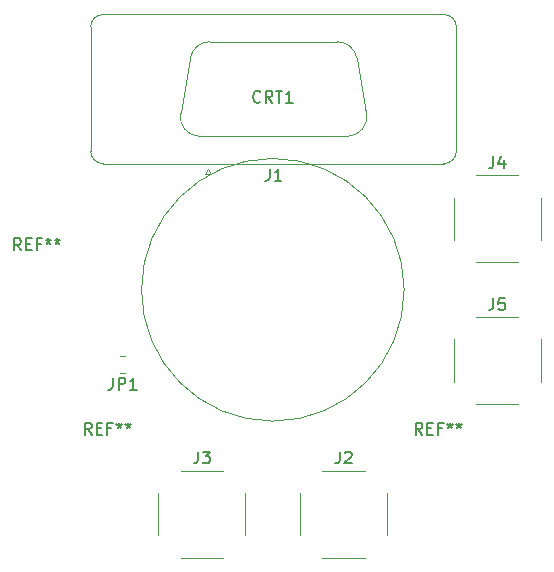
<source format=gbr>
%TF.GenerationSoftware,KiCad,Pcbnew,5.1.10*%
%TF.CreationDate,2022-04-07T13:38:10+02:00*%
%TF.ProjectId,breakoutPcb,62726561-6b6f-4757-9450-63622e6b6963,rev?*%
%TF.SameCoordinates,Original*%
%TF.FileFunction,Legend,Top*%
%TF.FilePolarity,Positive*%
%FSLAX46Y46*%
G04 Gerber Fmt 4.6, Leading zero omitted, Abs format (unit mm)*
G04 Created by KiCad (PCBNEW 5.1.10) date 2022-04-07 13:38:10*
%MOMM*%
%LPD*%
G01*
G04 APERTURE LIST*
%ADD10C,0.120000*%
%ADD11C,0.150000*%
G04 APERTURE END LIST*
D10*
%TO.C,J1*%
X84126470Y-61261744D02*
X83297733Y-56561744D01*
X68393530Y-61261744D02*
X69222267Y-56561744D01*
X81662952Y-55190000D02*
X70857048Y-55190000D01*
X82491689Y-63210000D02*
X70028311Y-63210000D01*
X70720000Y-65971325D02*
X70970000Y-66404338D01*
X70470000Y-66404338D02*
X70720000Y-65971325D01*
X70970000Y-66404338D02*
X70470000Y-66404338D01*
X91745000Y-53950000D02*
X91745000Y-64450000D01*
X61835000Y-52890000D02*
X90685000Y-52890000D01*
X60775000Y-64450000D02*
X60775000Y-53950000D01*
X90685000Y-65510000D02*
X61835000Y-65510000D01*
X69222267Y-56561744D02*
G75*
G02*
X70857048Y-55190000I1634781J-288256D01*
G01*
X83297733Y-56561744D02*
G75*
G03*
X81662952Y-55190000I-1634781J-288256D01*
G01*
X68393530Y-61261744D02*
G75*
G03*
X70028311Y-63210000I1634781J-288256D01*
G01*
X84126470Y-61261744D02*
G75*
G02*
X82491689Y-63210000I-1634781J-288256D01*
G01*
X61835000Y-52890000D02*
G75*
G03*
X60775000Y-53950000I0J-1060000D01*
G01*
X90685000Y-52890000D02*
G75*
G02*
X91745000Y-53950000I0J-1060000D01*
G01*
X60775000Y-64450000D02*
G75*
G03*
X61835000Y-65510000I1060000J0D01*
G01*
X90685000Y-65510000D02*
G75*
G03*
X91745000Y-64450000I0J1060000D01*
G01*
%TO.C,JP1*%
X63727064Y-83285000D02*
X63272936Y-83285000D01*
X63727064Y-81815000D02*
X63272936Y-81815000D01*
%TO.C,J5*%
X91520000Y-80400000D02*
X91520000Y-84000000D01*
X98880000Y-80400000D02*
X98880000Y-84000000D01*
X93400000Y-85880000D02*
X97000000Y-85880000D01*
X93400000Y-78520000D02*
X97000000Y-78520000D01*
%TO.C,J4*%
X91520000Y-68400000D02*
X91520000Y-72000000D01*
X98880000Y-68400000D02*
X98880000Y-72000000D01*
X93400000Y-73880000D02*
X97000000Y-73880000D01*
X93400000Y-66520000D02*
X97000000Y-66520000D01*
%TO.C,J3*%
X66520000Y-93400000D02*
X66520000Y-97000000D01*
X73880000Y-93400000D02*
X73880000Y-97000000D01*
X68400000Y-98880000D02*
X72000000Y-98880000D01*
X68400000Y-91520000D02*
X72000000Y-91520000D01*
%TO.C,J2*%
X78520000Y-93400000D02*
X78520000Y-97000000D01*
X85880000Y-93400000D02*
X85880000Y-97000000D01*
X80400000Y-98880000D02*
X84000000Y-98880000D01*
X80400000Y-91520000D02*
X84000000Y-91520000D01*
%TO.C,CRT1*%
X87320000Y-76200000D02*
G75*
G03*
X87320000Y-76200000I-11120000J0D01*
G01*
%TO.C,REF\u002A\u002A*%
D11*
X60866666Y-88452380D02*
X60533333Y-87976190D01*
X60295238Y-88452380D02*
X60295238Y-87452380D01*
X60676190Y-87452380D01*
X60771428Y-87500000D01*
X60819047Y-87547619D01*
X60866666Y-87642857D01*
X60866666Y-87785714D01*
X60819047Y-87880952D01*
X60771428Y-87928571D01*
X60676190Y-87976190D01*
X60295238Y-87976190D01*
X61295238Y-87928571D02*
X61628571Y-87928571D01*
X61771428Y-88452380D02*
X61295238Y-88452380D01*
X61295238Y-87452380D01*
X61771428Y-87452380D01*
X62533333Y-87928571D02*
X62200000Y-87928571D01*
X62200000Y-88452380D02*
X62200000Y-87452380D01*
X62676190Y-87452380D01*
X63200000Y-87452380D02*
X63200000Y-87690476D01*
X62961904Y-87595238D02*
X63200000Y-87690476D01*
X63438095Y-87595238D01*
X63057142Y-87880952D02*
X63200000Y-87690476D01*
X63342857Y-87880952D01*
X63961904Y-87452380D02*
X63961904Y-87690476D01*
X63723809Y-87595238D02*
X63961904Y-87690476D01*
X64200000Y-87595238D01*
X63819047Y-87880952D02*
X63961904Y-87690476D01*
X64104761Y-87880952D01*
X88866666Y-88452380D02*
X88533333Y-87976190D01*
X88295238Y-88452380D02*
X88295238Y-87452380D01*
X88676190Y-87452380D01*
X88771428Y-87500000D01*
X88819047Y-87547619D01*
X88866666Y-87642857D01*
X88866666Y-87785714D01*
X88819047Y-87880952D01*
X88771428Y-87928571D01*
X88676190Y-87976190D01*
X88295238Y-87976190D01*
X89295238Y-87928571D02*
X89628571Y-87928571D01*
X89771428Y-88452380D02*
X89295238Y-88452380D01*
X89295238Y-87452380D01*
X89771428Y-87452380D01*
X90533333Y-87928571D02*
X90200000Y-87928571D01*
X90200000Y-88452380D02*
X90200000Y-87452380D01*
X90676190Y-87452380D01*
X91200000Y-87452380D02*
X91200000Y-87690476D01*
X90961904Y-87595238D02*
X91200000Y-87690476D01*
X91438095Y-87595238D01*
X91057142Y-87880952D02*
X91200000Y-87690476D01*
X91342857Y-87880952D01*
X91961904Y-87452380D02*
X91961904Y-87690476D01*
X91723809Y-87595238D02*
X91961904Y-87690476D01*
X92200000Y-87595238D01*
X91819047Y-87880952D02*
X91961904Y-87690476D01*
X92104761Y-87880952D01*
X54866666Y-72852380D02*
X54533333Y-72376190D01*
X54295238Y-72852380D02*
X54295238Y-71852380D01*
X54676190Y-71852380D01*
X54771428Y-71900000D01*
X54819047Y-71947619D01*
X54866666Y-72042857D01*
X54866666Y-72185714D01*
X54819047Y-72280952D01*
X54771428Y-72328571D01*
X54676190Y-72376190D01*
X54295238Y-72376190D01*
X55295238Y-72328571D02*
X55628571Y-72328571D01*
X55771428Y-72852380D02*
X55295238Y-72852380D01*
X55295238Y-71852380D01*
X55771428Y-71852380D01*
X56533333Y-72328571D02*
X56200000Y-72328571D01*
X56200000Y-72852380D02*
X56200000Y-71852380D01*
X56676190Y-71852380D01*
X57200000Y-71852380D02*
X57200000Y-72090476D01*
X56961904Y-71995238D02*
X57200000Y-72090476D01*
X57438095Y-71995238D01*
X57057142Y-72280952D02*
X57200000Y-72090476D01*
X57342857Y-72280952D01*
X57961904Y-71852380D02*
X57961904Y-72090476D01*
X57723809Y-71995238D02*
X57961904Y-72090476D01*
X58200000Y-71995238D01*
X57819047Y-72280952D02*
X57961904Y-72090476D01*
X58104761Y-72280952D01*
%TO.C,J1*%
X75926666Y-65962380D02*
X75926666Y-66676666D01*
X75879047Y-66819523D01*
X75783809Y-66914761D01*
X75640952Y-66962380D01*
X75545714Y-66962380D01*
X76926666Y-66962380D02*
X76355238Y-66962380D01*
X76640952Y-66962380D02*
X76640952Y-65962380D01*
X76545714Y-66105238D01*
X76450476Y-66200476D01*
X76355238Y-66248095D01*
%TO.C,JP1*%
X62666666Y-83652380D02*
X62666666Y-84366666D01*
X62619047Y-84509523D01*
X62523809Y-84604761D01*
X62380952Y-84652380D01*
X62285714Y-84652380D01*
X63142857Y-84652380D02*
X63142857Y-83652380D01*
X63523809Y-83652380D01*
X63619047Y-83700000D01*
X63666666Y-83747619D01*
X63714285Y-83842857D01*
X63714285Y-83985714D01*
X63666666Y-84080952D01*
X63619047Y-84128571D01*
X63523809Y-84176190D01*
X63142857Y-84176190D01*
X64666666Y-84652380D02*
X64095238Y-84652380D01*
X64380952Y-84652380D02*
X64380952Y-83652380D01*
X64285714Y-83795238D01*
X64190476Y-83890476D01*
X64095238Y-83938095D01*
%TO.C,J5*%
X94866666Y-76902380D02*
X94866666Y-77616666D01*
X94819047Y-77759523D01*
X94723809Y-77854761D01*
X94580952Y-77902380D01*
X94485714Y-77902380D01*
X95819047Y-76902380D02*
X95342857Y-76902380D01*
X95295238Y-77378571D01*
X95342857Y-77330952D01*
X95438095Y-77283333D01*
X95676190Y-77283333D01*
X95771428Y-77330952D01*
X95819047Y-77378571D01*
X95866666Y-77473809D01*
X95866666Y-77711904D01*
X95819047Y-77807142D01*
X95771428Y-77854761D01*
X95676190Y-77902380D01*
X95438095Y-77902380D01*
X95342857Y-77854761D01*
X95295238Y-77807142D01*
%TO.C,J4*%
X94866666Y-64902380D02*
X94866666Y-65616666D01*
X94819047Y-65759523D01*
X94723809Y-65854761D01*
X94580952Y-65902380D01*
X94485714Y-65902380D01*
X95771428Y-65235714D02*
X95771428Y-65902380D01*
X95533333Y-64854761D02*
X95295238Y-65569047D01*
X95914285Y-65569047D01*
%TO.C,J3*%
X69866666Y-89902380D02*
X69866666Y-90616666D01*
X69819047Y-90759523D01*
X69723809Y-90854761D01*
X69580952Y-90902380D01*
X69485714Y-90902380D01*
X70247619Y-89902380D02*
X70866666Y-89902380D01*
X70533333Y-90283333D01*
X70676190Y-90283333D01*
X70771428Y-90330952D01*
X70819047Y-90378571D01*
X70866666Y-90473809D01*
X70866666Y-90711904D01*
X70819047Y-90807142D01*
X70771428Y-90854761D01*
X70676190Y-90902380D01*
X70390476Y-90902380D01*
X70295238Y-90854761D01*
X70247619Y-90807142D01*
%TO.C,J2*%
X81866666Y-89902380D02*
X81866666Y-90616666D01*
X81819047Y-90759523D01*
X81723809Y-90854761D01*
X81580952Y-90902380D01*
X81485714Y-90902380D01*
X82295238Y-89997619D02*
X82342857Y-89950000D01*
X82438095Y-89902380D01*
X82676190Y-89902380D01*
X82771428Y-89950000D01*
X82819047Y-89997619D01*
X82866666Y-90092857D01*
X82866666Y-90188095D01*
X82819047Y-90330952D01*
X82247619Y-90902380D01*
X82866666Y-90902380D01*
%TO.C,CRT1*%
X75152380Y-60262142D02*
X75104761Y-60309761D01*
X74961904Y-60357380D01*
X74866666Y-60357380D01*
X74723809Y-60309761D01*
X74628571Y-60214523D01*
X74580952Y-60119285D01*
X74533333Y-59928809D01*
X74533333Y-59785952D01*
X74580952Y-59595476D01*
X74628571Y-59500238D01*
X74723809Y-59405000D01*
X74866666Y-59357380D01*
X74961904Y-59357380D01*
X75104761Y-59405000D01*
X75152380Y-59452619D01*
X76152380Y-60357380D02*
X75819047Y-59881190D01*
X75580952Y-60357380D02*
X75580952Y-59357380D01*
X75961904Y-59357380D01*
X76057142Y-59405000D01*
X76104761Y-59452619D01*
X76152380Y-59547857D01*
X76152380Y-59690714D01*
X76104761Y-59785952D01*
X76057142Y-59833571D01*
X75961904Y-59881190D01*
X75580952Y-59881190D01*
X76438095Y-59357380D02*
X77009523Y-59357380D01*
X76723809Y-60357380D02*
X76723809Y-59357380D01*
X77866666Y-60357380D02*
X77295238Y-60357380D01*
X77580952Y-60357380D02*
X77580952Y-59357380D01*
X77485714Y-59500238D01*
X77390476Y-59595476D01*
X77295238Y-59643095D01*
%TD*%
M02*

</source>
